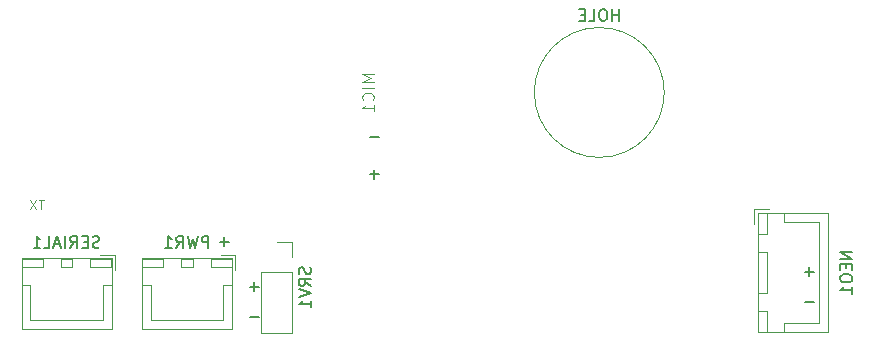
<source format=gbr>
%TF.GenerationSoftware,KiCad,Pcbnew,7.0.8-7.0.8~ubuntu22.04.1*%
%TF.CreationDate,2023-11-17T20:33:24+00:00*%
%TF.ProjectId,v4head,76346865-6164-42e6-9b69-6361645f7063,rev?*%
%TF.SameCoordinates,Original*%
%TF.FileFunction,Legend,Bot*%
%TF.FilePolarity,Positive*%
%FSLAX46Y46*%
G04 Gerber Fmt 4.6, Leading zero omitted, Abs format (unit mm)*
G04 Created by KiCad (PCBNEW 7.0.8-7.0.8~ubuntu22.04.1) date 2023-11-17 20:33:24*
%MOMM*%
%LPD*%
G01*
G04 APERTURE LIST*
%ADD10C,0.150000*%
%ADD11C,0.125000*%
%ADD12C,0.100000*%
%ADD13C,0.120000*%
G04 APERTURE END LIST*
D10*
X136144048Y-78666133D02*
X136905953Y-78666133D01*
X136525000Y-78285180D02*
X136525000Y-79047085D01*
X148844048Y-72951133D02*
X149605953Y-72951133D01*
X149225000Y-72570180D02*
X149225000Y-73332085D01*
D11*
X121259523Y-75128595D02*
X120802380Y-75128595D01*
X121030952Y-75928595D02*
X121030952Y-75128595D01*
X120611904Y-75128595D02*
X120078570Y-75928595D01*
X120078570Y-75128595D02*
X120611904Y-75928595D01*
D10*
X148844048Y-69776133D02*
X149605953Y-69776133D01*
X185674048Y-81206133D02*
X186435953Y-81206133D01*
X186055000Y-80825180D02*
X186055000Y-81587085D01*
X185674048Y-83746133D02*
X186435953Y-83746133D01*
X138684046Y-82476133D02*
X139445951Y-82476133D01*
X139064998Y-82095180D02*
X139064998Y-82857085D01*
X138684046Y-85016133D02*
X139445951Y-85016133D01*
X143790200Y-80859524D02*
X143837819Y-81002381D01*
X143837819Y-81002381D02*
X143837819Y-81240476D01*
X143837819Y-81240476D02*
X143790200Y-81335714D01*
X143790200Y-81335714D02*
X143742580Y-81383333D01*
X143742580Y-81383333D02*
X143647342Y-81430952D01*
X143647342Y-81430952D02*
X143552104Y-81430952D01*
X143552104Y-81430952D02*
X143456866Y-81383333D01*
X143456866Y-81383333D02*
X143409247Y-81335714D01*
X143409247Y-81335714D02*
X143361628Y-81240476D01*
X143361628Y-81240476D02*
X143314009Y-81050000D01*
X143314009Y-81050000D02*
X143266390Y-80954762D01*
X143266390Y-80954762D02*
X143218771Y-80907143D01*
X143218771Y-80907143D02*
X143123533Y-80859524D01*
X143123533Y-80859524D02*
X143028295Y-80859524D01*
X143028295Y-80859524D02*
X142933057Y-80907143D01*
X142933057Y-80907143D02*
X142885438Y-80954762D01*
X142885438Y-80954762D02*
X142837819Y-81050000D01*
X142837819Y-81050000D02*
X142837819Y-81288095D01*
X142837819Y-81288095D02*
X142885438Y-81430952D01*
X143837819Y-82430952D02*
X143361628Y-82097619D01*
X143837819Y-81859524D02*
X142837819Y-81859524D01*
X142837819Y-81859524D02*
X142837819Y-82240476D01*
X142837819Y-82240476D02*
X142885438Y-82335714D01*
X142885438Y-82335714D02*
X142933057Y-82383333D01*
X142933057Y-82383333D02*
X143028295Y-82430952D01*
X143028295Y-82430952D02*
X143171152Y-82430952D01*
X143171152Y-82430952D02*
X143266390Y-82383333D01*
X143266390Y-82383333D02*
X143314009Y-82335714D01*
X143314009Y-82335714D02*
X143361628Y-82240476D01*
X143361628Y-82240476D02*
X143361628Y-81859524D01*
X142837819Y-82716667D02*
X143837819Y-83050000D01*
X143837819Y-83050000D02*
X142837819Y-83383333D01*
X143837819Y-84240476D02*
X143837819Y-83669048D01*
X143837819Y-83954762D02*
X142837819Y-83954762D01*
X142837819Y-83954762D02*
X142980676Y-83859524D01*
X142980676Y-83859524D02*
X143075914Y-83764286D01*
X143075914Y-83764286D02*
X143123533Y-83669048D01*
X125955713Y-79147200D02*
X125812856Y-79194819D01*
X125812856Y-79194819D02*
X125574761Y-79194819D01*
X125574761Y-79194819D02*
X125479523Y-79147200D01*
X125479523Y-79147200D02*
X125431904Y-79099580D01*
X125431904Y-79099580D02*
X125384285Y-79004342D01*
X125384285Y-79004342D02*
X125384285Y-78909104D01*
X125384285Y-78909104D02*
X125431904Y-78813866D01*
X125431904Y-78813866D02*
X125479523Y-78766247D01*
X125479523Y-78766247D02*
X125574761Y-78718628D01*
X125574761Y-78718628D02*
X125765237Y-78671009D01*
X125765237Y-78671009D02*
X125860475Y-78623390D01*
X125860475Y-78623390D02*
X125908094Y-78575771D01*
X125908094Y-78575771D02*
X125955713Y-78480533D01*
X125955713Y-78480533D02*
X125955713Y-78385295D01*
X125955713Y-78385295D02*
X125908094Y-78290057D01*
X125908094Y-78290057D02*
X125860475Y-78242438D01*
X125860475Y-78242438D02*
X125765237Y-78194819D01*
X125765237Y-78194819D02*
X125527142Y-78194819D01*
X125527142Y-78194819D02*
X125384285Y-78242438D01*
X124955713Y-78671009D02*
X124622380Y-78671009D01*
X124479523Y-79194819D02*
X124955713Y-79194819D01*
X124955713Y-79194819D02*
X124955713Y-78194819D01*
X124955713Y-78194819D02*
X124479523Y-78194819D01*
X123479523Y-79194819D02*
X123812856Y-78718628D01*
X124050951Y-79194819D02*
X124050951Y-78194819D01*
X124050951Y-78194819D02*
X123669999Y-78194819D01*
X123669999Y-78194819D02*
X123574761Y-78242438D01*
X123574761Y-78242438D02*
X123527142Y-78290057D01*
X123527142Y-78290057D02*
X123479523Y-78385295D01*
X123479523Y-78385295D02*
X123479523Y-78528152D01*
X123479523Y-78528152D02*
X123527142Y-78623390D01*
X123527142Y-78623390D02*
X123574761Y-78671009D01*
X123574761Y-78671009D02*
X123669999Y-78718628D01*
X123669999Y-78718628D02*
X124050951Y-78718628D01*
X123050951Y-79194819D02*
X123050951Y-78194819D01*
X122622380Y-78909104D02*
X122146190Y-78909104D01*
X122717618Y-79194819D02*
X122384285Y-78194819D01*
X122384285Y-78194819D02*
X122050952Y-79194819D01*
X121241428Y-79194819D02*
X121717618Y-79194819D01*
X121717618Y-79194819D02*
X121717618Y-78194819D01*
X120384285Y-79194819D02*
X120955713Y-79194819D01*
X120669999Y-79194819D02*
X120669999Y-78194819D01*
X120669999Y-78194819D02*
X120765237Y-78337676D01*
X120765237Y-78337676D02*
X120860475Y-78432914D01*
X120860475Y-78432914D02*
X120955713Y-78480533D01*
X189684819Y-79541905D02*
X188684819Y-79541905D01*
X188684819Y-79541905D02*
X189684819Y-80113333D01*
X189684819Y-80113333D02*
X188684819Y-80113333D01*
X189161009Y-80589524D02*
X189161009Y-80922857D01*
X189684819Y-81065714D02*
X189684819Y-80589524D01*
X189684819Y-80589524D02*
X188684819Y-80589524D01*
X188684819Y-80589524D02*
X188684819Y-81065714D01*
X188684819Y-81684762D02*
X188684819Y-81875238D01*
X188684819Y-81875238D02*
X188732438Y-81970476D01*
X188732438Y-81970476D02*
X188827676Y-82065714D01*
X188827676Y-82065714D02*
X189018152Y-82113333D01*
X189018152Y-82113333D02*
X189351485Y-82113333D01*
X189351485Y-82113333D02*
X189541961Y-82065714D01*
X189541961Y-82065714D02*
X189637200Y-81970476D01*
X189637200Y-81970476D02*
X189684819Y-81875238D01*
X189684819Y-81875238D02*
X189684819Y-81684762D01*
X189684819Y-81684762D02*
X189637200Y-81589524D01*
X189637200Y-81589524D02*
X189541961Y-81494286D01*
X189541961Y-81494286D02*
X189351485Y-81446667D01*
X189351485Y-81446667D02*
X189018152Y-81446667D01*
X189018152Y-81446667D02*
X188827676Y-81494286D01*
X188827676Y-81494286D02*
X188732438Y-81589524D01*
X188732438Y-81589524D02*
X188684819Y-81684762D01*
X189684819Y-83065714D02*
X189684819Y-82494286D01*
X189684819Y-82780000D02*
X188684819Y-82780000D01*
X188684819Y-82780000D02*
X188827676Y-82684762D01*
X188827676Y-82684762D02*
X188922914Y-82589524D01*
X188922914Y-82589524D02*
X188970533Y-82494286D01*
D12*
X149204919Y-64492381D02*
X148204919Y-64492381D01*
X148204919Y-64492381D02*
X148919204Y-64825714D01*
X148919204Y-64825714D02*
X148204919Y-65159047D01*
X148204919Y-65159047D02*
X149204919Y-65159047D01*
X149204919Y-65635238D02*
X148204919Y-65635238D01*
X149109680Y-66682856D02*
X149157300Y-66635237D01*
X149157300Y-66635237D02*
X149204919Y-66492380D01*
X149204919Y-66492380D02*
X149204919Y-66397142D01*
X149204919Y-66397142D02*
X149157300Y-66254285D01*
X149157300Y-66254285D02*
X149062061Y-66159047D01*
X149062061Y-66159047D02*
X148966823Y-66111428D01*
X148966823Y-66111428D02*
X148776347Y-66063809D01*
X148776347Y-66063809D02*
X148633490Y-66063809D01*
X148633490Y-66063809D02*
X148443014Y-66111428D01*
X148443014Y-66111428D02*
X148347776Y-66159047D01*
X148347776Y-66159047D02*
X148252538Y-66254285D01*
X148252538Y-66254285D02*
X148204919Y-66397142D01*
X148204919Y-66397142D02*
X148204919Y-66492380D01*
X148204919Y-66492380D02*
X148252538Y-66635237D01*
X148252538Y-66635237D02*
X148300157Y-66682856D01*
X149204919Y-67635237D02*
X149204919Y-67063809D01*
X149204919Y-67349523D02*
X148204919Y-67349523D01*
X148204919Y-67349523D02*
X148347776Y-67254285D01*
X148347776Y-67254285D02*
X148443014Y-67159047D01*
X148443014Y-67159047D02*
X148490633Y-67063809D01*
D10*
X135179523Y-79194819D02*
X135179523Y-78194819D01*
X135179523Y-78194819D02*
X134798571Y-78194819D01*
X134798571Y-78194819D02*
X134703333Y-78242438D01*
X134703333Y-78242438D02*
X134655714Y-78290057D01*
X134655714Y-78290057D02*
X134608095Y-78385295D01*
X134608095Y-78385295D02*
X134608095Y-78528152D01*
X134608095Y-78528152D02*
X134655714Y-78623390D01*
X134655714Y-78623390D02*
X134703333Y-78671009D01*
X134703333Y-78671009D02*
X134798571Y-78718628D01*
X134798571Y-78718628D02*
X135179523Y-78718628D01*
X134274761Y-78194819D02*
X134036666Y-79194819D01*
X134036666Y-79194819D02*
X133846190Y-78480533D01*
X133846190Y-78480533D02*
X133655714Y-79194819D01*
X133655714Y-79194819D02*
X133417619Y-78194819D01*
X132465238Y-79194819D02*
X132798571Y-78718628D01*
X133036666Y-79194819D02*
X133036666Y-78194819D01*
X133036666Y-78194819D02*
X132655714Y-78194819D01*
X132655714Y-78194819D02*
X132560476Y-78242438D01*
X132560476Y-78242438D02*
X132512857Y-78290057D01*
X132512857Y-78290057D02*
X132465238Y-78385295D01*
X132465238Y-78385295D02*
X132465238Y-78528152D01*
X132465238Y-78528152D02*
X132512857Y-78623390D01*
X132512857Y-78623390D02*
X132560476Y-78671009D01*
X132560476Y-78671009D02*
X132655714Y-78718628D01*
X132655714Y-78718628D02*
X133036666Y-78718628D01*
X131512857Y-79194819D02*
X132084285Y-79194819D01*
X131798571Y-79194819D02*
X131798571Y-78194819D01*
X131798571Y-78194819D02*
X131893809Y-78337676D01*
X131893809Y-78337676D02*
X131989047Y-78432914D01*
X131989047Y-78432914D02*
X132084285Y-78480533D01*
X169941666Y-59994819D02*
X169941666Y-58994819D01*
X169941666Y-59471009D02*
X169370238Y-59471009D01*
X169370238Y-59994819D02*
X169370238Y-58994819D01*
X168703571Y-58994819D02*
X168513095Y-58994819D01*
X168513095Y-58994819D02*
X168417857Y-59042438D01*
X168417857Y-59042438D02*
X168322619Y-59137676D01*
X168322619Y-59137676D02*
X168275000Y-59328152D01*
X168275000Y-59328152D02*
X168275000Y-59661485D01*
X168275000Y-59661485D02*
X168322619Y-59851961D01*
X168322619Y-59851961D02*
X168417857Y-59947200D01*
X168417857Y-59947200D02*
X168513095Y-59994819D01*
X168513095Y-59994819D02*
X168703571Y-59994819D01*
X168703571Y-59994819D02*
X168798809Y-59947200D01*
X168798809Y-59947200D02*
X168894047Y-59851961D01*
X168894047Y-59851961D02*
X168941666Y-59661485D01*
X168941666Y-59661485D02*
X168941666Y-59328152D01*
X168941666Y-59328152D02*
X168894047Y-59137676D01*
X168894047Y-59137676D02*
X168798809Y-59042438D01*
X168798809Y-59042438D02*
X168703571Y-58994819D01*
X167370238Y-59994819D02*
X167846428Y-59994819D01*
X167846428Y-59994819D02*
X167846428Y-58994819D01*
X167036904Y-59471009D02*
X166703571Y-59471009D01*
X166560714Y-59994819D02*
X167036904Y-59994819D01*
X167036904Y-59994819D02*
X167036904Y-58994819D01*
X167036904Y-58994819D02*
X166560714Y-58994819D01*
D13*
%TO.C,SRV1*%
X142300000Y-78680000D02*
X140970000Y-78680000D01*
X142300000Y-80010000D02*
X142300000Y-78680000D01*
X142300000Y-81280000D02*
X142300000Y-86420000D01*
X142300000Y-81280000D02*
X139640000Y-81280000D01*
X142300000Y-86420000D02*
X139640000Y-86420000D01*
X139640000Y-81280000D02*
X139640000Y-86420000D01*
%TO.C,SERIAL1*%
X127270000Y-79800000D02*
X127270000Y-81050000D01*
X126980000Y-86060000D02*
X119360000Y-86060000D01*
X126980000Y-80090000D02*
X126980000Y-86060000D01*
X126970000Y-82350000D02*
X126220000Y-82350000D01*
X126970000Y-80850000D02*
X125170000Y-80850000D01*
X126970000Y-80100000D02*
X126970000Y-80850000D01*
X126220000Y-85300000D02*
X123170000Y-85300000D01*
X126220000Y-82350000D02*
X126220000Y-85300000D01*
X126020000Y-79800000D02*
X127270000Y-79800000D01*
X125170000Y-80850000D02*
X125170000Y-80100000D01*
X125170000Y-80100000D02*
X126970000Y-80100000D01*
X123670000Y-80850000D02*
X122670000Y-80850000D01*
X123670000Y-80100000D02*
X123670000Y-80850000D01*
X122670000Y-80850000D02*
X122670000Y-80100000D01*
X122670000Y-80100000D02*
X123670000Y-80100000D01*
X121170000Y-80850000D02*
X119370000Y-80850000D01*
X121170000Y-80100000D02*
X121170000Y-80850000D01*
X120120000Y-85300000D02*
X123170000Y-85300000D01*
X120120000Y-82350000D02*
X120120000Y-85300000D01*
X119370000Y-82350000D02*
X120120000Y-82350000D01*
X119370000Y-80850000D02*
X119370000Y-80100000D01*
X119370000Y-80100000D02*
X121170000Y-80100000D01*
X119360000Y-86060000D02*
X119360000Y-80090000D01*
X119360000Y-80090000D02*
X126980000Y-80090000D01*
%TO.C,NEO1*%
X181400000Y-75930000D02*
X182650000Y-75930000D01*
X187660000Y-76220000D02*
X187660000Y-86340000D01*
X181690000Y-76220000D02*
X187660000Y-76220000D01*
X183950000Y-76230000D02*
X183950000Y-76980000D01*
X182450000Y-76230000D02*
X182450000Y-78030000D01*
X181700000Y-76230000D02*
X182450000Y-76230000D01*
X186900000Y-76980000D02*
X186900000Y-81280000D01*
X183950000Y-76980000D02*
X186900000Y-76980000D01*
X181400000Y-77180000D02*
X181400000Y-75930000D01*
X182450000Y-78030000D02*
X181700000Y-78030000D01*
X181700000Y-78030000D02*
X181700000Y-76230000D01*
X182450000Y-79530000D02*
X182450000Y-83030000D01*
X181700000Y-79530000D02*
X182450000Y-79530000D01*
X182450000Y-83030000D02*
X181700000Y-83030000D01*
X181700000Y-83030000D02*
X181700000Y-79530000D01*
X182450000Y-84530000D02*
X182450000Y-86330000D01*
X181700000Y-84530000D02*
X182450000Y-84530000D01*
X186900000Y-85580000D02*
X186900000Y-81280000D01*
X183950000Y-85580000D02*
X186900000Y-85580000D01*
X183950000Y-86330000D02*
X183950000Y-85580000D01*
X182450000Y-86330000D02*
X181700000Y-86330000D01*
X181700000Y-86330000D02*
X181700000Y-84530000D01*
X187660000Y-86340000D02*
X181690000Y-86340000D01*
X181690000Y-86340000D02*
X181690000Y-76220000D01*
%TO.C,PWR1*%
X137470000Y-79800000D02*
X137470000Y-81050000D01*
X137180000Y-86060000D02*
X129560000Y-86060000D01*
X137180000Y-80090000D02*
X137180000Y-86060000D01*
X137170000Y-82350000D02*
X136420000Y-82350000D01*
X137170000Y-80850000D02*
X135370000Y-80850000D01*
X137170000Y-80100000D02*
X137170000Y-80850000D01*
X136420000Y-85300000D02*
X133370000Y-85300000D01*
X136420000Y-82350000D02*
X136420000Y-85300000D01*
X136220000Y-79800000D02*
X137470000Y-79800000D01*
X135370000Y-80850000D02*
X135370000Y-80100000D01*
X135370000Y-80100000D02*
X137170000Y-80100000D01*
X133870000Y-80850000D02*
X132870000Y-80850000D01*
X133870000Y-80100000D02*
X133870000Y-80850000D01*
X132870000Y-80850000D02*
X132870000Y-80100000D01*
X132870000Y-80100000D02*
X133870000Y-80100000D01*
X131370000Y-80850000D02*
X129570000Y-80850000D01*
X131370000Y-80100000D02*
X131370000Y-80850000D01*
X130320000Y-85300000D02*
X133370000Y-85300000D01*
X130320000Y-82350000D02*
X130320000Y-85300000D01*
X129570000Y-82350000D02*
X130320000Y-82350000D01*
X129570000Y-80850000D02*
X129570000Y-80100000D01*
X129570000Y-80100000D02*
X131370000Y-80100000D01*
X129560000Y-86060000D02*
X129560000Y-80090000D01*
X129560000Y-80090000D02*
X137180000Y-80090000D01*
%TO.C,HOLE*%
X173775000Y-66040000D02*
G75*
G03*
X173775000Y-66040000I-5500000J0D01*
G01*
%TD*%
M02*

</source>
